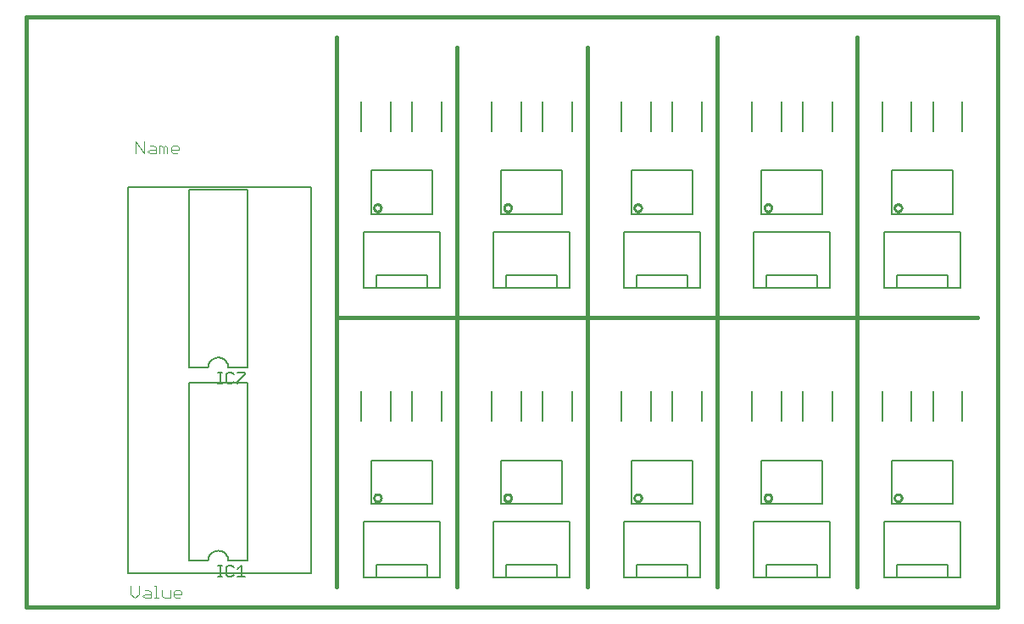
<source format=gto>
G75*
%MOIN*%
%OFA0B0*%
%FSLAX24Y24*%
%IPPOS*%
%LPD*%
%AMOC8*
5,1,8,0,0,1.08239X$1,22.5*
%
%ADD10C,0.0160*%
%ADD11C,0.0080*%
%ADD12C,0.0100*%
%ADD13C,0.0050*%
%ADD14C,0.0060*%
%ADD15C,0.0040*%
D10*
X000180Y000180D02*
X038369Y000180D01*
X038369Y023408D01*
X000180Y023408D01*
X000180Y000180D01*
X012385Y000967D02*
X012385Y011597D01*
X037582Y011597D01*
X032857Y000967D02*
X032857Y022621D01*
X027345Y022621D02*
X027345Y000967D01*
X022227Y000967D02*
X022227Y022227D01*
X017109Y022227D02*
X017109Y000967D01*
X012385Y011597D02*
X012385Y022621D01*
D11*
X013734Y017379D02*
X016134Y017379D01*
X016134Y015649D01*
X013734Y015649D01*
X013734Y017379D01*
X018852Y017379D02*
X018852Y015649D01*
X021252Y015649D01*
X021252Y017379D01*
X018852Y017379D01*
X023970Y017379D02*
X023970Y015649D01*
X026370Y015649D01*
X026370Y017379D01*
X023970Y017379D01*
X029088Y017379D02*
X029088Y015649D01*
X031488Y015649D01*
X031488Y017379D01*
X029088Y017379D01*
X034206Y017379D02*
X034206Y015649D01*
X036606Y015649D01*
X036606Y017379D01*
X034206Y017379D01*
X034206Y005962D02*
X036606Y005962D01*
X036606Y004232D01*
X034206Y004232D01*
X034206Y005962D01*
X031488Y005962D02*
X031488Y004232D01*
X029088Y004232D01*
X029088Y005962D01*
X031488Y005962D01*
X026370Y005962D02*
X026370Y004232D01*
X023970Y004232D01*
X023970Y005962D01*
X026370Y005962D01*
X021252Y005962D02*
X021252Y004232D01*
X018852Y004232D01*
X018852Y005962D01*
X021252Y005962D01*
X016134Y005962D02*
X016134Y004232D01*
X013734Y004232D01*
X013734Y005962D01*
X016134Y005962D01*
D12*
X013843Y004482D02*
X013845Y004505D01*
X013851Y004528D01*
X013860Y004549D01*
X013873Y004569D01*
X013889Y004586D01*
X013907Y004600D01*
X013927Y004611D01*
X013949Y004619D01*
X013972Y004623D01*
X013996Y004623D01*
X014019Y004619D01*
X014041Y004611D01*
X014061Y004600D01*
X014079Y004586D01*
X014095Y004569D01*
X014108Y004549D01*
X014117Y004528D01*
X014123Y004505D01*
X014125Y004482D01*
X014123Y004459D01*
X014117Y004436D01*
X014108Y004415D01*
X014095Y004395D01*
X014079Y004378D01*
X014061Y004364D01*
X014041Y004353D01*
X014019Y004345D01*
X013996Y004341D01*
X013972Y004341D01*
X013949Y004345D01*
X013927Y004353D01*
X013907Y004364D01*
X013889Y004378D01*
X013873Y004395D01*
X013860Y004415D01*
X013851Y004436D01*
X013845Y004459D01*
X013843Y004482D01*
X018961Y004482D02*
X018963Y004505D01*
X018969Y004528D01*
X018978Y004549D01*
X018991Y004569D01*
X019007Y004586D01*
X019025Y004600D01*
X019045Y004611D01*
X019067Y004619D01*
X019090Y004623D01*
X019114Y004623D01*
X019137Y004619D01*
X019159Y004611D01*
X019179Y004600D01*
X019197Y004586D01*
X019213Y004569D01*
X019226Y004549D01*
X019235Y004528D01*
X019241Y004505D01*
X019243Y004482D01*
X019241Y004459D01*
X019235Y004436D01*
X019226Y004415D01*
X019213Y004395D01*
X019197Y004378D01*
X019179Y004364D01*
X019159Y004353D01*
X019137Y004345D01*
X019114Y004341D01*
X019090Y004341D01*
X019067Y004345D01*
X019045Y004353D01*
X019025Y004364D01*
X019007Y004378D01*
X018991Y004395D01*
X018978Y004415D01*
X018969Y004436D01*
X018963Y004459D01*
X018961Y004482D01*
X024079Y004482D02*
X024081Y004505D01*
X024087Y004528D01*
X024096Y004549D01*
X024109Y004569D01*
X024125Y004586D01*
X024143Y004600D01*
X024163Y004611D01*
X024185Y004619D01*
X024208Y004623D01*
X024232Y004623D01*
X024255Y004619D01*
X024277Y004611D01*
X024297Y004600D01*
X024315Y004586D01*
X024331Y004569D01*
X024344Y004549D01*
X024353Y004528D01*
X024359Y004505D01*
X024361Y004482D01*
X024359Y004459D01*
X024353Y004436D01*
X024344Y004415D01*
X024331Y004395D01*
X024315Y004378D01*
X024297Y004364D01*
X024277Y004353D01*
X024255Y004345D01*
X024232Y004341D01*
X024208Y004341D01*
X024185Y004345D01*
X024163Y004353D01*
X024143Y004364D01*
X024125Y004378D01*
X024109Y004395D01*
X024096Y004415D01*
X024087Y004436D01*
X024081Y004459D01*
X024079Y004482D01*
X029197Y004482D02*
X029199Y004505D01*
X029205Y004528D01*
X029214Y004549D01*
X029227Y004569D01*
X029243Y004586D01*
X029261Y004600D01*
X029281Y004611D01*
X029303Y004619D01*
X029326Y004623D01*
X029350Y004623D01*
X029373Y004619D01*
X029395Y004611D01*
X029415Y004600D01*
X029433Y004586D01*
X029449Y004569D01*
X029462Y004549D01*
X029471Y004528D01*
X029477Y004505D01*
X029479Y004482D01*
X029477Y004459D01*
X029471Y004436D01*
X029462Y004415D01*
X029449Y004395D01*
X029433Y004378D01*
X029415Y004364D01*
X029395Y004353D01*
X029373Y004345D01*
X029350Y004341D01*
X029326Y004341D01*
X029303Y004345D01*
X029281Y004353D01*
X029261Y004364D01*
X029243Y004378D01*
X029227Y004395D01*
X029214Y004415D01*
X029205Y004436D01*
X029199Y004459D01*
X029197Y004482D01*
X034315Y004482D02*
X034317Y004505D01*
X034323Y004528D01*
X034332Y004549D01*
X034345Y004569D01*
X034361Y004586D01*
X034379Y004600D01*
X034399Y004611D01*
X034421Y004619D01*
X034444Y004623D01*
X034468Y004623D01*
X034491Y004619D01*
X034513Y004611D01*
X034533Y004600D01*
X034551Y004586D01*
X034567Y004569D01*
X034580Y004549D01*
X034589Y004528D01*
X034595Y004505D01*
X034597Y004482D01*
X034595Y004459D01*
X034589Y004436D01*
X034580Y004415D01*
X034567Y004395D01*
X034551Y004378D01*
X034533Y004364D01*
X034513Y004353D01*
X034491Y004345D01*
X034468Y004341D01*
X034444Y004341D01*
X034421Y004345D01*
X034399Y004353D01*
X034379Y004364D01*
X034361Y004378D01*
X034345Y004395D01*
X034332Y004415D01*
X034323Y004436D01*
X034317Y004459D01*
X034315Y004482D01*
X034315Y015899D02*
X034317Y015922D01*
X034323Y015945D01*
X034332Y015966D01*
X034345Y015986D01*
X034361Y016003D01*
X034379Y016017D01*
X034399Y016028D01*
X034421Y016036D01*
X034444Y016040D01*
X034468Y016040D01*
X034491Y016036D01*
X034513Y016028D01*
X034533Y016017D01*
X034551Y016003D01*
X034567Y015986D01*
X034580Y015966D01*
X034589Y015945D01*
X034595Y015922D01*
X034597Y015899D01*
X034595Y015876D01*
X034589Y015853D01*
X034580Y015832D01*
X034567Y015812D01*
X034551Y015795D01*
X034533Y015781D01*
X034513Y015770D01*
X034491Y015762D01*
X034468Y015758D01*
X034444Y015758D01*
X034421Y015762D01*
X034399Y015770D01*
X034379Y015781D01*
X034361Y015795D01*
X034345Y015812D01*
X034332Y015832D01*
X034323Y015853D01*
X034317Y015876D01*
X034315Y015899D01*
X029197Y015899D02*
X029199Y015922D01*
X029205Y015945D01*
X029214Y015966D01*
X029227Y015986D01*
X029243Y016003D01*
X029261Y016017D01*
X029281Y016028D01*
X029303Y016036D01*
X029326Y016040D01*
X029350Y016040D01*
X029373Y016036D01*
X029395Y016028D01*
X029415Y016017D01*
X029433Y016003D01*
X029449Y015986D01*
X029462Y015966D01*
X029471Y015945D01*
X029477Y015922D01*
X029479Y015899D01*
X029477Y015876D01*
X029471Y015853D01*
X029462Y015832D01*
X029449Y015812D01*
X029433Y015795D01*
X029415Y015781D01*
X029395Y015770D01*
X029373Y015762D01*
X029350Y015758D01*
X029326Y015758D01*
X029303Y015762D01*
X029281Y015770D01*
X029261Y015781D01*
X029243Y015795D01*
X029227Y015812D01*
X029214Y015832D01*
X029205Y015853D01*
X029199Y015876D01*
X029197Y015899D01*
X024079Y015899D02*
X024081Y015922D01*
X024087Y015945D01*
X024096Y015966D01*
X024109Y015986D01*
X024125Y016003D01*
X024143Y016017D01*
X024163Y016028D01*
X024185Y016036D01*
X024208Y016040D01*
X024232Y016040D01*
X024255Y016036D01*
X024277Y016028D01*
X024297Y016017D01*
X024315Y016003D01*
X024331Y015986D01*
X024344Y015966D01*
X024353Y015945D01*
X024359Y015922D01*
X024361Y015899D01*
X024359Y015876D01*
X024353Y015853D01*
X024344Y015832D01*
X024331Y015812D01*
X024315Y015795D01*
X024297Y015781D01*
X024277Y015770D01*
X024255Y015762D01*
X024232Y015758D01*
X024208Y015758D01*
X024185Y015762D01*
X024163Y015770D01*
X024143Y015781D01*
X024125Y015795D01*
X024109Y015812D01*
X024096Y015832D01*
X024087Y015853D01*
X024081Y015876D01*
X024079Y015899D01*
X018961Y015899D02*
X018963Y015922D01*
X018969Y015945D01*
X018978Y015966D01*
X018991Y015986D01*
X019007Y016003D01*
X019025Y016017D01*
X019045Y016028D01*
X019067Y016036D01*
X019090Y016040D01*
X019114Y016040D01*
X019137Y016036D01*
X019159Y016028D01*
X019179Y016017D01*
X019197Y016003D01*
X019213Y015986D01*
X019226Y015966D01*
X019235Y015945D01*
X019241Y015922D01*
X019243Y015899D01*
X019241Y015876D01*
X019235Y015853D01*
X019226Y015832D01*
X019213Y015812D01*
X019197Y015795D01*
X019179Y015781D01*
X019159Y015770D01*
X019137Y015762D01*
X019114Y015758D01*
X019090Y015758D01*
X019067Y015762D01*
X019045Y015770D01*
X019025Y015781D01*
X019007Y015795D01*
X018991Y015812D01*
X018978Y015832D01*
X018969Y015853D01*
X018963Y015876D01*
X018961Y015899D01*
X013843Y015899D02*
X013845Y015922D01*
X013851Y015945D01*
X013860Y015966D01*
X013873Y015986D01*
X013889Y016003D01*
X013907Y016017D01*
X013927Y016028D01*
X013949Y016036D01*
X013972Y016040D01*
X013996Y016040D01*
X014019Y016036D01*
X014041Y016028D01*
X014061Y016017D01*
X014079Y016003D01*
X014095Y015986D01*
X014108Y015966D01*
X014117Y015945D01*
X014123Y015922D01*
X014125Y015899D01*
X014123Y015876D01*
X014117Y015853D01*
X014108Y015832D01*
X014095Y015812D01*
X014079Y015795D01*
X014061Y015781D01*
X014041Y015770D01*
X014019Y015762D01*
X013996Y015758D01*
X013972Y015758D01*
X013949Y015762D01*
X013927Y015770D01*
X013907Y015781D01*
X013889Y015795D01*
X013873Y015812D01*
X013860Y015832D01*
X013851Y015853D01*
X013845Y015876D01*
X013843Y015899D01*
D13*
X013434Y014949D02*
X016434Y014949D01*
X016434Y012749D01*
X015934Y012749D01*
X015934Y013249D01*
X013934Y013249D01*
X013934Y012749D01*
X013434Y012749D01*
X013434Y014949D01*
X011371Y016725D02*
X011371Y001525D01*
X004171Y001525D01*
X004171Y016725D01*
X011371Y016725D01*
X013934Y012749D02*
X015934Y012749D01*
X018552Y012749D02*
X019052Y012749D01*
X019052Y013249D01*
X021052Y013249D01*
X021052Y012749D01*
X019052Y012749D01*
X018552Y012749D02*
X018552Y014949D01*
X021552Y014949D01*
X021552Y012749D01*
X021052Y012749D01*
X023670Y012749D02*
X024170Y012749D01*
X024170Y013249D01*
X026170Y013249D01*
X026170Y012749D01*
X024170Y012749D01*
X023670Y012749D02*
X023670Y014949D01*
X026670Y014949D01*
X026670Y012749D01*
X026170Y012749D01*
X028788Y012749D02*
X029288Y012749D01*
X029288Y013249D01*
X031288Y013249D01*
X031288Y012749D01*
X029288Y012749D01*
X028788Y012749D02*
X028788Y014949D01*
X031788Y014949D01*
X031788Y012749D01*
X031288Y012749D01*
X033906Y012749D02*
X034406Y012749D01*
X034406Y013249D01*
X036406Y013249D01*
X036406Y012749D01*
X034406Y012749D01*
X033906Y012749D02*
X033906Y014949D01*
X036906Y014949D01*
X036906Y012749D01*
X036406Y012749D01*
X036906Y003532D02*
X033906Y003532D01*
X033906Y001332D01*
X034406Y001332D01*
X034406Y001832D01*
X036406Y001832D01*
X036406Y001332D01*
X034406Y001332D01*
X036406Y001332D02*
X036906Y001332D01*
X036906Y003532D01*
X031788Y003532D02*
X031788Y001332D01*
X031288Y001332D01*
X031288Y001832D01*
X029288Y001832D01*
X029288Y001332D01*
X028788Y001332D01*
X028788Y003532D01*
X031788Y003532D01*
X031288Y001332D02*
X029288Y001332D01*
X026670Y001332D02*
X026170Y001332D01*
X026170Y001832D01*
X024170Y001832D01*
X024170Y001332D01*
X023670Y001332D01*
X023670Y003532D01*
X026670Y003532D01*
X026670Y001332D01*
X026170Y001332D02*
X024170Y001332D01*
X021552Y001332D02*
X021052Y001332D01*
X021052Y001832D01*
X019052Y001832D01*
X019052Y001332D01*
X018552Y001332D01*
X018552Y003532D01*
X021552Y003532D01*
X021552Y001332D01*
X021052Y001332D02*
X019052Y001332D01*
X016434Y001332D02*
X015934Y001332D01*
X015934Y001832D01*
X013934Y001832D01*
X013934Y001332D01*
X013434Y001332D01*
X013434Y003532D01*
X016434Y003532D01*
X016434Y001332D01*
X015934Y001332D02*
X013934Y001332D01*
X008788Y001374D02*
X008488Y001374D01*
X008638Y001374D02*
X008638Y001824D01*
X008488Y001674D01*
X008328Y001749D02*
X008253Y001824D01*
X008103Y001824D01*
X008028Y001749D01*
X008028Y001449D01*
X008103Y001374D01*
X008253Y001374D01*
X008328Y001449D01*
X007871Y001374D02*
X007721Y001374D01*
X007796Y001374D02*
X007796Y001824D01*
X007721Y001824D02*
X007871Y001824D01*
X007871Y008980D02*
X007721Y008980D01*
X007796Y008980D02*
X007796Y009431D01*
X007721Y009431D02*
X007871Y009431D01*
X008028Y009356D02*
X008028Y009055D01*
X008103Y008980D01*
X008253Y008980D01*
X008328Y009055D01*
X008488Y009055D02*
X008788Y009356D01*
X008788Y009431D01*
X008488Y009431D01*
X008328Y009356D02*
X008253Y009431D01*
X008103Y009431D01*
X008028Y009356D01*
X008488Y009055D02*
X008488Y008980D01*
D14*
X008873Y008999D02*
X006573Y008999D01*
X006573Y001999D01*
X007323Y001999D01*
X007325Y002038D01*
X007331Y002077D01*
X007340Y002115D01*
X007353Y002152D01*
X007370Y002188D01*
X007390Y002221D01*
X007414Y002253D01*
X007440Y002282D01*
X007469Y002308D01*
X007501Y002332D01*
X007534Y002352D01*
X007570Y002369D01*
X007607Y002382D01*
X007645Y002391D01*
X007684Y002397D01*
X007723Y002399D01*
X007762Y002397D01*
X007801Y002391D01*
X007839Y002382D01*
X007876Y002369D01*
X007912Y002352D01*
X007945Y002332D01*
X007977Y002308D01*
X008006Y002282D01*
X008032Y002253D01*
X008056Y002221D01*
X008076Y002188D01*
X008093Y002152D01*
X008106Y002115D01*
X008115Y002077D01*
X008121Y002038D01*
X008123Y001999D01*
X008873Y001999D01*
X008873Y008999D01*
X008873Y009605D02*
X008123Y009605D01*
X008121Y009644D01*
X008115Y009683D01*
X008106Y009721D01*
X008093Y009758D01*
X008076Y009794D01*
X008056Y009827D01*
X008032Y009859D01*
X008006Y009888D01*
X007977Y009914D01*
X007945Y009938D01*
X007912Y009958D01*
X007876Y009975D01*
X007839Y009988D01*
X007801Y009997D01*
X007762Y010003D01*
X007723Y010005D01*
X007684Y010003D01*
X007645Y009997D01*
X007607Y009988D01*
X007570Y009975D01*
X007534Y009958D01*
X007501Y009938D01*
X007469Y009914D01*
X007440Y009888D01*
X007414Y009859D01*
X007390Y009827D01*
X007370Y009794D01*
X007353Y009758D01*
X007340Y009721D01*
X007331Y009683D01*
X007325Y009644D01*
X007323Y009605D01*
X006573Y009605D01*
X006573Y016605D01*
X008873Y016605D01*
X008873Y009605D01*
X013354Y008671D02*
X013354Y007502D01*
X014514Y007502D02*
X014514Y008671D01*
X015354Y008671D02*
X015354Y007502D01*
X016514Y007502D02*
X016514Y008671D01*
X018472Y008671D02*
X018472Y007502D01*
X019632Y007502D02*
X019632Y008671D01*
X020472Y008671D02*
X020472Y007502D01*
X021632Y007502D02*
X021632Y008671D01*
X023590Y008671D02*
X023590Y007502D01*
X024750Y007502D02*
X024750Y008671D01*
X025590Y008671D02*
X025590Y007502D01*
X026750Y007502D02*
X026750Y008671D01*
X028708Y008671D02*
X028708Y007502D01*
X029868Y007502D02*
X029868Y008671D01*
X030708Y008671D02*
X030708Y007502D01*
X031868Y007502D02*
X031868Y008671D01*
X033826Y008671D02*
X033826Y007502D01*
X034986Y007502D02*
X034986Y008671D01*
X035826Y008671D02*
X035826Y007502D01*
X036986Y007502D02*
X036986Y008671D01*
X036986Y018919D02*
X036986Y020089D01*
X035826Y020089D02*
X035826Y018919D01*
X034986Y018919D02*
X034986Y020089D01*
X033826Y020089D02*
X033826Y018919D01*
X031868Y018919D02*
X031868Y020089D01*
X030708Y020089D02*
X030708Y018919D01*
X029868Y018919D02*
X029868Y020089D01*
X028708Y020089D02*
X028708Y018919D01*
X026750Y018919D02*
X026750Y020089D01*
X025590Y020089D02*
X025590Y018919D01*
X024750Y018919D02*
X024750Y020089D01*
X023590Y020089D02*
X023590Y018919D01*
X021632Y018919D02*
X021632Y020089D01*
X020472Y020089D02*
X020472Y018919D01*
X019632Y018919D02*
X019632Y020089D01*
X018472Y020089D02*
X018472Y018919D01*
X016514Y018919D02*
X016514Y020089D01*
X015354Y020089D02*
X015354Y018919D01*
X014514Y018919D02*
X014514Y020089D01*
X013354Y020089D02*
X013354Y018919D01*
D15*
X006179Y018275D02*
X006179Y018198D01*
X005872Y018198D01*
X005872Y018122D02*
X005872Y018275D01*
X005948Y018352D01*
X006102Y018352D01*
X006179Y018275D01*
X006102Y018045D02*
X005948Y018045D01*
X005872Y018122D01*
X005718Y018045D02*
X005718Y018275D01*
X005642Y018352D01*
X005565Y018275D01*
X005565Y018045D01*
X005411Y018045D02*
X005411Y018352D01*
X005488Y018352D01*
X005565Y018275D01*
X005258Y018275D02*
X005258Y018045D01*
X005028Y018045D01*
X004951Y018122D01*
X005028Y018198D01*
X005258Y018198D01*
X005258Y018275D02*
X005181Y018352D01*
X005028Y018352D01*
X004797Y018505D02*
X004797Y018045D01*
X004491Y018505D01*
X004491Y018045D01*
X004597Y001005D02*
X004597Y000698D01*
X004444Y000545D01*
X004291Y000698D01*
X004291Y001005D01*
X004828Y000852D02*
X004981Y000852D01*
X005058Y000775D01*
X005058Y000545D01*
X004828Y000545D01*
X004751Y000622D01*
X004828Y000698D01*
X005058Y000698D01*
X005211Y000545D02*
X005365Y000545D01*
X005288Y000545D02*
X005288Y001005D01*
X005211Y001005D01*
X005518Y000852D02*
X005518Y000622D01*
X005595Y000545D01*
X005825Y000545D01*
X005825Y000852D01*
X005979Y000775D02*
X006055Y000852D01*
X006209Y000852D01*
X006286Y000775D01*
X006286Y000698D01*
X005979Y000698D01*
X005979Y000622D02*
X005979Y000775D01*
X005979Y000622D02*
X006055Y000545D01*
X006209Y000545D01*
M02*

</source>
